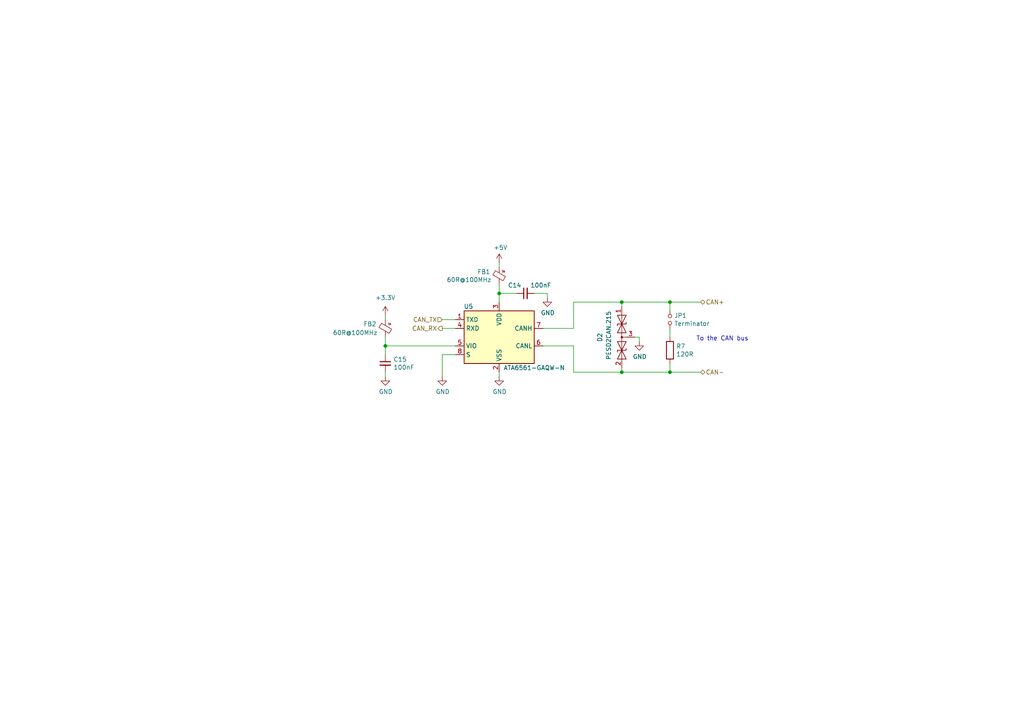
<source format=kicad_sch>
(kicad_sch (version 20211123) (generator eeschema)
  (paper "A4")
  (title_block (title "CAN Transceiver") (date "2022-11-21") (rev "0.1.0") (company "PUT Motorsport"))
  (lib_symbols
    (symbol "Device:C_Small" (pin_numbers hide) (pin_names (offset 0.254) hide)
      (property "Reference" "C" (at 0.254 1.778 0))
      (property "Value" "C_Small" (at 0.254 -2.032 0))
      (symbol "C_Small_0_1"
        (polyline (pts (xy -1.524 -0.508) (xy 1.524 -0.508)) (stroke (width 0.3302)))
        (polyline (pts (xy -1.524 0.508) (xy 1.524 0.508)) (stroke (width 0.3048)))
      )
      (symbol "C_Small_1_1"
        (pin passive line (at 0 2.54 270) (length 2.032) (name "~") (number "1"))
        (pin passive line (at 0 -2.54 90) (length 2.032) (name "~") (number "2"))
      )
    )
    (symbol "Device:R" (pin_numbers hide) (pin_names (offset 0))
      (property "Reference" "R" (at 2.032 0 90))
      (property "Value" "R" (at 0 0 90))
      (symbol "R_0_1"
        (rectangle (start -1.016 -2.54) (end 1.016 2.54) (stroke (width 0.254)))
      )
      (symbol "R_1_1"
        (pin passive line (at 0 3.81 270) (length 1.27) (name "~") (number "1"))
        (pin passive line (at 0 -3.81 90) (length 1.27) (name "~") (number "2"))
      )
    )
    (symbol "Interface_CAN_LIN:MCP2558FD-xSN"
      (property "Reference" "U" (at -10.16 10.16 0))
      (property "Value" "MCP2558FD-xSN" (at 2.54 10.16 0))
      (symbol "MCP2558FD-xSN_0_1"
        (rectangle (start -10.16 7.62) (end 10.16 -7.62) (stroke (width 0.254)) (fill (type background)))
      )
      (symbol "MCP2558FD-xSN_1_1"
        (pin input line (at -12.7 5.08 0) (length 2.54) (name "TXD") (number "1"))
        (pin power_in line (at 0 -10.16 90) (length 2.54) (name "VSS") (number "2"))
        (pin power_in line (at 0 10.16 270) (length 2.54) (name "VDD") (number "3"))
        (pin output line (at -12.7 2.54 0) (length 2.54) (name "RXD") (number "4"))
        (pin power_in line (at -12.7 -2.54 0) (length 2.54) (name "VIO") (number "5"))
        (pin bidirectional line (at 12.7 -2.54 180) (length 2.54) (name "CANL") (number "6"))
        (pin bidirectional line (at 12.7 2.54 180) (length 2.54) (name "CANH") (number "7"))
        (pin input line (at -12.7 -5.08 0) (length 2.54) (name "S") (number "8"))
      )
    )
    (symbol "Local_Library:D_TVS_x2_AAC-Device" (pin_names (offset 1.016) hide)
      (property "Reference" "D" (at 0 4.445 0))
      (property "Value" "D_TVS_x2_AAC-Device" (at 0 2.54 0))
      (symbol "D_TVS_x2_AAC-Device_0_0"
        (polyline (pts (xy 0 -1.27) (xy 0 0)))
      )
      (symbol "D_TVS_x2_AAC-Device_0_1"
        (polyline (pts (xy -6.35 0) (xy 6.35 0)))
        (polyline (pts (xy -3.302 1.27) (xy -3.81 1.27) (xy -3.81 -1.27) (xy -4.318 -1.27)) (stroke (width 0.2032)))
        (polyline (pts (xy 4.318 1.27) (xy 3.81 1.27) (xy 3.81 -1.27) (xy 3.302 -1.27)) (stroke (width 0.2032)))
        (polyline (pts (xy -6.35 -1.27) (xy -1.27 1.27) (xy -1.27 -1.27) (xy -6.35 1.27) (xy -6.35 -1.27)) (stroke (width 0.2032)))
        (polyline (pts (xy 1.27 -1.27) (xy 1.27 1.27) (xy 6.35 -1.27) (xy 6.35 1.27) (xy 1.27 -1.27)) (stroke (width 0.2032)))
        (circle (center 0 0) (radius 0.254) (fill (type outline)))
      )
      (symbol "D_TVS_x2_AAC-Device_1_1"
        (pin passive line (at -8.89 0 0) (length 2.54) (name "A1") (number "1"))
        (pin passive line (at 8.89 0 180) (length 2.54) (name "A2") (number "2"))
        (pin input line (at 0 -3.81 90) (length 2.54) (name "common") (number "3"))
      )
    )
    (symbol "Local_Library:Ferrite_Bead_Small_PWR-PUTM_KICAD_SYMBOLS" (pin_numbers hide) (pin_names (offset 0))
      (property "Reference" "FB" (at 1.905 1.27 0))
      (property "Value" "Ferrite_Bead_Small_PWR-PUTM_KICAD_SYMBOLS" (at 1.905 -1.27 0))
      (symbol "Ferrite_Bead_Small_PWR-PUTM_KICAD_SYMBOLS_0_0"
        (text "in" (at 1.27 1.27 0) (effects (font (size 0.635 0.635))))
      )
      (symbol "Ferrite_Bead_Small_PWR-PUTM_KICAD_SYMBOLS_0_1"
        (polyline (pts (xy 0 -1.27) (xy 0 -0.7874)))
        (polyline (pts (xy 0 0.889) (xy 0 1.2954)))
        (polyline (pts (xy -1.8288 0.2794) (xy -1.1176 1.4986) (xy 1.8288 -0.2032) (xy 1.1176 -1.4224) (xy -1.8288 0.2794)))
      )
      (symbol "Ferrite_Bead_Small_PWR-PUTM_KICAD_SYMBOLS_1_1"
        (pin power_in line (at 0 2.54 270) (length 1.27) (name "~") (number "1"))
        (pin power_out line (at 0 -2.54 90) (length 1.27) (name "~") (number "2"))
      )
    )
    (symbol "Local_Library:Jumper_NO_Small-Device" (pin_numbers hide) (pin_names (offset 0.762) hide)
      (property "Reference" "JP" (at 0 2.032 0))
      (property "Value" "Jumper_NO_Small-Device" (at 0.254 -1.524 0))
      (symbol "Jumper_NO_Small-Device_0_1"
        (circle (center -1.016 0) (radius 0.508))
        (circle (center 1.016 0) (radius 0.508))
        (pin passive line (at -2.54 0 0) (length 1.016) (name "1") (number "1"))
        (pin passive line (at 2.54 0 180) (length 1.016) (name "2") (number "2"))
      )
    )
    (symbol "power:+3.3V" (power) (pin_names (offset 0))
      (property "Value" "+3.3V" (at 0 3.556 0))
      (symbol "+3.3V_0_1"
        (polyline (pts (xy -0.762 1.27) (xy 0 2.54)))
        (polyline (pts (xy 0 0) (xy 0 2.54)))
        (polyline (pts (xy 0 2.54) (xy 0.762 1.27)))
      )
      (symbol "+3.3V_1_1"
        (pin power_in line (at 0 0 90) (length 0) hide (name "+3.3V") (number "1"))
      )
    )
    (symbol "power:+5V" (power) (pin_names (offset 0))
      (property "Value" "+5V" (at 0 3.556 0))
      (symbol "+5V_0_1"
        (polyline (pts (xy -0.762 1.27) (xy 0 2.54)))
        (polyline (pts (xy 0 0) (xy 0 2.54)))
        (polyline (pts (xy 0 2.54) (xy 0.762 1.27)))
      )
      (symbol "+5V_1_1"
        (pin power_in line (at 0 0 90) (length 0) hide (name "+5V") (number "1"))
      )
    )
    (symbol "power:GND" (power) (pin_names (offset 0))
      (property "Value" "GND" (at 0 -3.81 0))
      (symbol "GND_0_1"
        (polyline (pts (xy 0 0) (xy 0 -1.27) (xy 1.27 -1.27) (xy 0 -2.54) (xy -1.27 -1.27) (xy 0 -1.27)))
      )
      (symbol "GND_1_1"
        (pin power_in line (at 0 0 270) (length 0) hide (name "GND") (number "1"))
      )
    )
  )
  (junction (at 180.34 107.95))
  (junction (at 144.78 85.09))
  (junction (at 194.31 107.95))
  (junction (at 194.31 87.63))
  (junction (at 180.34 87.63))
  (junction (at 111.76 100.33))
  (wire (pts (xy 166.37 87.63) (xy 180.34 87.63)))
  (wire (pts (xy 144.78 107.95) (xy 144.78 109.22)))
  (wire (pts (xy 144.78 76.2) (xy 144.78 77.47)))
  (wire (pts (xy 194.31 105.41) (xy 194.31 107.95)))
  (wire (pts (xy 158.75 86.36) (xy 158.75 85.09)))
  (wire (pts (xy 111.76 100.33) (xy 111.76 97.79)))
  (wire (pts (xy 180.34 107.95) (xy 194.31 107.95)))
  (wire (pts (xy 154.94 85.09) (xy 158.75 85.09)))
  (wire (pts (xy 111.76 100.33) (xy 111.76 102.87)))
  (wire (pts (xy 194.31 87.63) (xy 203.2 87.63)))
  (wire (pts (xy 111.76 100.33) (xy 132.08 100.33)))
  (wire (pts (xy 144.78 82.55) (xy 144.78 85.09)))
  (wire (pts (xy 144.78 85.09) (xy 149.86 85.09)))
  (wire (pts (xy 185.42 99.06) (xy 185.42 97.79)))
  (wire (pts (xy 194.31 107.95) (xy 203.2 107.95)))
  (wire (pts (xy 111.76 91.44) (xy 111.76 92.71)))
  (wire (pts (xy 144.78 85.09) (xy 144.78 87.63)))
  (wire (pts (xy 132.08 92.71) (xy 128.27 92.71)))
  (wire (pts (xy 194.31 95.25) (xy 194.31 97.79)))
  (wire (pts (xy 111.76 109.22) (xy 111.76 107.95)))
  (wire (pts (xy 180.34 106.68) (xy 180.34 107.95)))
  (wire (pts (xy 128.27 109.22) (xy 128.27 102.87)))
  (wire (pts (xy 166.37 100.33) (xy 166.37 107.95)))
  (wire (pts (xy 166.37 107.95) (xy 180.34 107.95)))
  (wire (pts (xy 166.37 95.25) (xy 166.37 87.63)))
  (wire (pts (xy 194.31 87.63) (xy 194.31 90.17)))
  (wire (pts (xy 157.48 100.33) (xy 166.37 100.33)))
  (wire (pts (xy 132.08 95.25) (xy 128.27 95.25)))
  (wire (pts (xy 180.34 87.63) (xy 180.34 88.9)))
  (wire (pts (xy 157.48 95.25) (xy 166.37 95.25)))
  (wire (pts (xy 184.15 97.79) (xy 185.42 97.79)))
  (wire (pts (xy 180.34 87.63) (xy 194.31 87.63)))
  (wire (pts (xy 128.27 102.87) (xy 132.08 102.87)))
  (text "To the CAN bus" (at 201.93 99.06 0) (effects (font (size 1.27 1.27)) (justify left bottom)))
  (hierarchical_label "CAN+" (shape bidirectional) (at 203.2 87.63 0))
  (hierarchical_label "CAN_RX" (shape output) (at 128.27 95.25 180))
  (hierarchical_label "CAN-" (shape bidirectional) (at 203.2 107.95 0))
  (hierarchical_label "CAN_TX" (shape input) (at 128.27 92.71 180))
  (symbol (lib_id "Local_Library:Ferrite_Bead_Small_PWR-PUTM_KICAD_SYMBOLS") (at 111.76 95.25 0) (unit 1)
    (property "Reference" "FB2" (at 105.41 93.98 0) (effects (justify left)))
    (property "Value" "60R@100MHz" (at 96.52 96.52 0) (effects (justify left)))
    (property "Footprint" "Inductor_SMD:L_0603_1608Metric" (effects hide))
  )
  (symbol (lib_id "power:GND") (at 128.27 109.22 0) (unit 1)
    (property "Reference" "#U0104" (effects hide))
    (property "Value" "GND" (at 128.397 113.6142 0))
  )
  (symbol (lib_id "power:GND") (at 185.42 99.06 0) (unit 1)
    (property "Reference" "#U0106" (effects hide))
    (property "Value" "GND" (at 185.547 103.4542 0))
  )
  (symbol (lib_id "Local_Library:D_TVS_x2_AAC-Device") (at 180.34 97.79 90) (mirror x) (unit 1)
    (property "Reference" "D2" (at 173.99 96.52 0) (effects (justify left)))
    (property "Value" "PESD2CAN.215" (at 176.53 90.17 0) (effects (justify left)))
    (property "Footprint" "Package_TO_SOT_SMD:SOT-23" (effects hide))
    (property "Datasheet" "https://pl.mouser.com/datasheet/2/916/PESD2CAN-1320343.pdf" (effects hide))
  )
  (symbol (lib_id "power:GND") (at 144.78 109.22 0) (unit 1)
    (property "Reference" "#U0105" (effects hide))
    (property "Value" "GND" (at 144.907 113.6142 0))
  )
  (symbol (lib_id "Device:C_Small") (at 111.76 105.41 0) (unit 1)
    (property "Reference" "C15" (at 114.0968 104.2416 0) (effects (justify left)))
    (property "Value" "100nF" (at 114.0968 106.553 0) (effects (justify left)))
    (property "Footprint" "Capacitor_SMD:C_0603_1608Metric" (effects hide))
  )
  (symbol (lib_id "Local_Library:Jumper_NO_Small-Device") (at 194.31 92.71 270) (unit 1)
    (property "Reference" "JP1" (at 195.5292 91.5416 90) (effects (justify left)))
    (property "Value" "Terminator" (at 195.5292 93.853 90) (effects (justify left)))
    (property "Footprint" "Connector_PinHeader_2.54mm:PinHeader_1x02_P2.54mm_Vertical" (effects hide))
  )
  (symbol (lib_id "Device:C_Small") (at 152.4 85.09 90) (unit 1)
    (property "Reference" "C14" (at 151.2316 82.7532 90) (effects (justify left)))
    (property "Value" "100nF" (at 159.893 82.7532 90) (effects (justify left)))
    (property "Footprint" "Capacitor_SMD:C_0603_1608Metric" (effects hide))
  )
  (symbol (lib_id "power:GND") (at 111.76 109.22 0) (unit 1)
    (property "Reference" "#U0103" (effects hide))
    (property "Value" "GND" (at 111.887 113.6142 0))
  )
  (symbol (lib_id "power:GND") (at 158.75 86.36 0) (unit 1)
    (property "Reference" "#U0107" (effects hide))
    (property "Value" "GND" (at 158.877 90.7542 0))
  )
  (symbol (lib_id "power:+3.3V") (at 111.76 91.44 0) (unit 1)
    (property "Reference" "#PWR0102" (effects hide))
    (property "Value" "+3.3V" (at 111.76 86.36 0))
  )
  (symbol (lib_id "Device:R") (at 194.31 101.6 0) (unit 1)
    (property "Reference" "R7" (at 196.088 100.4316 0) (effects (justify left)))
    (property "Value" "120R" (at 196.088 102.743 0) (effects (justify left)))
    (property "Footprint" "Resistor_SMD:R_0603_1608Metric" (effects hide))
  )
  (symbol (lib_id "power:+5V") (at 144.78 76.2 0) (unit 1)
    (property "Reference" "#U0101" (effects hide))
    (property "Value" "+5V" (at 145.161 71.8058 0))
  )
  (symbol (lib_id "Interface_CAN_LIN:MCP2558FD-xSN") (at 144.78 97.79 0) (unit 1)
    (property "Reference" "U5" (at 135.89 88.9 0))
    (property "Value" "ATA6561-GAQW-N" (at 154.94 106.68 0))
    (property "Footprint" "Package_SO:SOIC-8_3.9x4.9mm_P1.27mm" (effects hide))
    (property "Datasheet" "https://pl.mouser.com/datasheet/2/268/ATA6560_ATA6561_High_Speed_CAN_Transceiver_DS20005-1384933.pdf" (effects hide))
  )
  (symbol (lib_id "Local_Library:Ferrite_Bead_Small_PWR-PUTM_KICAD_SYMBOLS") (at 144.78 80.01 0) (unit 1)
    (property "Reference" "FB1" (at 138.43 78.8416 0) (effects (justify left)))
    (property "Value" "60R@100MHz" (at 129.54 81.153 0) (effects (justify left)))
    (property "Footprint" "Inductor_SMD:L_0603_1608Metric" (effects hide))
  )
)
</source>
